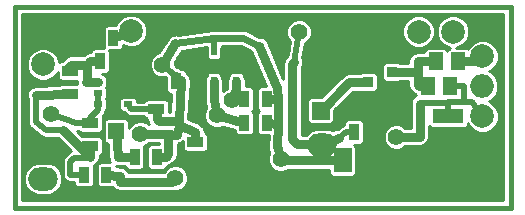
<source format=gbl>
G04 (created by PCBNEW-RS274X (2011-05-25)-stable) date Thu 12 Dec 2013 15:20:29 GMT*
G01*
G70*
G90*
%MOIN*%
G04 Gerber Fmt 3.4, Leading zero omitted, Abs format*
%FSLAX34Y34*%
G04 APERTURE LIST*
%ADD10C,0.006000*%
%ADD11C,0.015000*%
%ADD12R,0.030000X0.020000*%
%ADD13R,0.100000X0.050000*%
%ADD14R,0.055000X0.035000*%
%ADD15R,0.047200X0.059100*%
%ADD16R,0.035000X0.055000*%
%ADD17R,0.055000X0.055000*%
%ADD18C,0.078700*%
%ADD19O,0.098400X0.078700*%
%ADD20R,0.060000X0.080000*%
%ADD21R,0.020000X0.030000*%
%ADD22R,0.078700X0.078700*%
%ADD23O,0.078700X0.078700*%
%ADD24R,0.098400X0.078700*%
%ADD25R,0.036000X0.036000*%
%ADD26R,0.059100X0.059100*%
%ADD27C,0.055100*%
%ADD28C,0.019700*%
%ADD29C,0.031500*%
%ADD30C,0.023600*%
%ADD31C,0.010000*%
G04 APERTURE END LIST*
G54D10*
G54D11*
X49016Y-40354D02*
X49016Y-33661D01*
X65551Y-40354D02*
X49016Y-40354D01*
X65551Y-33661D02*
X65551Y-40354D01*
X49016Y-33661D02*
X65551Y-33661D01*
G54D12*
X51783Y-36910D03*
X51783Y-36160D03*
X52783Y-36910D03*
X51783Y-36535D03*
X52783Y-36160D03*
G54D13*
X63464Y-37313D03*
X63464Y-38513D03*
G54D14*
X50866Y-35806D03*
X50866Y-36556D03*
G54D15*
X63050Y-35472D03*
X63800Y-35472D03*
X63525Y-36299D03*
X62775Y-36299D03*
G54D16*
X53761Y-38661D03*
X53011Y-38661D03*
X51554Y-34685D03*
X52304Y-34685D03*
X51318Y-39252D03*
X52068Y-39252D03*
X54389Y-36142D03*
X55139Y-36142D03*
G54D14*
X51535Y-37538D03*
X51535Y-38288D03*
G54D16*
X51869Y-35472D03*
X52619Y-35472D03*
G54D14*
X55039Y-38168D03*
X55039Y-38918D03*
X53740Y-37068D03*
X53740Y-36318D03*
G54D17*
X52402Y-37795D03*
G54D18*
X63622Y-34488D03*
X62480Y-34488D03*
G54D19*
X59260Y-38256D03*
G54D18*
X52898Y-34461D03*
G54D20*
X59941Y-38780D03*
X61241Y-38780D03*
G54D21*
X56406Y-36126D03*
X55656Y-36126D03*
X56406Y-35126D03*
X56031Y-36126D03*
X55656Y-35126D03*
G54D16*
X57422Y-36732D03*
X56672Y-36732D03*
X57422Y-37520D03*
X56672Y-37520D03*
X60318Y-37835D03*
X61068Y-37835D03*
G54D22*
X64606Y-38311D03*
G54D18*
X64606Y-37311D03*
G54D23*
X64606Y-36311D03*
G54D18*
X64606Y-35311D03*
G54D24*
X49961Y-34579D03*
G54D18*
X49961Y-35579D03*
G54D24*
X49961Y-38398D03*
G54D19*
X49961Y-39398D03*
G54D25*
X60781Y-35477D03*
X60781Y-36177D03*
X61581Y-35827D03*
G54D26*
X59213Y-37126D03*
G54D27*
X61732Y-37992D03*
X56260Y-36772D03*
X55748Y-37283D03*
X58492Y-34500D03*
X57874Y-38740D03*
X53205Y-37886D03*
X53937Y-35591D03*
X57890Y-34969D03*
X58913Y-35059D03*
X50827Y-34567D03*
X53661Y-35000D03*
X54646Y-35472D03*
X57874Y-39449D03*
X54370Y-39370D03*
X50224Y-37236D03*
G54D28*
X63464Y-36851D02*
X62560Y-36851D01*
X62560Y-36851D02*
X62520Y-36891D01*
G54D29*
X62520Y-36891D02*
X62520Y-37992D01*
X62520Y-37992D02*
X61732Y-37992D01*
G54D28*
X63976Y-36850D02*
X63976Y-36339D01*
X63976Y-36299D02*
X63525Y-36299D01*
X63976Y-36339D02*
X63976Y-36299D01*
X64606Y-37311D02*
X64252Y-36850D01*
X64252Y-36850D02*
X63976Y-36850D01*
X63464Y-36851D02*
X63464Y-37313D01*
X63465Y-36850D02*
X63464Y-36851D01*
X63976Y-36850D02*
X63465Y-36850D01*
G54D29*
X52898Y-34461D02*
X52304Y-34685D01*
X63800Y-35472D02*
X64252Y-35472D01*
X64602Y-35315D02*
X64606Y-35311D01*
X64252Y-35472D02*
X64602Y-35315D01*
X52441Y-38661D02*
X53011Y-38661D01*
X52402Y-37795D02*
X52441Y-38661D01*
X56260Y-36772D02*
X56672Y-36732D01*
X56399Y-36399D02*
X56406Y-36126D01*
X56260Y-36772D02*
X56399Y-36399D01*
X55748Y-37283D02*
X55669Y-36772D01*
X55669Y-36772D02*
X55656Y-36126D01*
X55748Y-37283D02*
X56672Y-37520D01*
X59260Y-38256D02*
X59173Y-38780D01*
X59173Y-38780D02*
X59173Y-38740D01*
X59173Y-38740D02*
X59173Y-38780D01*
X59941Y-38780D02*
X59173Y-38780D01*
X59173Y-38780D02*
X57914Y-38780D01*
X57914Y-38780D02*
X57874Y-38740D01*
X59260Y-38256D02*
X58425Y-38228D01*
X58268Y-35551D02*
X58327Y-35492D01*
X58268Y-38071D02*
X58268Y-35551D01*
X58425Y-38228D02*
X58268Y-38071D01*
G54D28*
X58492Y-34500D02*
X58327Y-35492D01*
G54D29*
X57422Y-36732D02*
X57795Y-36732D01*
X57422Y-37520D02*
X57795Y-37559D01*
X57795Y-37559D02*
X57769Y-38306D01*
X57769Y-38306D02*
X57874Y-38740D01*
X54389Y-36142D02*
X54389Y-35964D01*
G54D28*
X54389Y-35964D02*
X53937Y-35591D01*
G54D29*
X59260Y-38256D02*
X59827Y-38028D01*
G54D28*
X60051Y-37839D02*
X60318Y-37835D01*
X59827Y-38028D02*
X60051Y-37839D01*
X57874Y-38740D02*
X57914Y-38780D01*
G54D29*
X53761Y-38661D02*
X54056Y-38661D01*
X54056Y-38661D02*
X54134Y-38583D01*
X54134Y-38583D02*
X54134Y-37910D01*
X55039Y-38168D02*
X55039Y-37835D01*
X55039Y-37835D02*
X54488Y-37598D01*
G54D28*
X53740Y-37068D02*
X52893Y-37068D01*
X52902Y-37059D02*
X52783Y-36910D01*
X52893Y-37068D02*
X52902Y-37059D01*
G54D29*
X54488Y-37480D02*
X53820Y-37480D01*
X53820Y-37480D02*
X53742Y-37402D01*
X53742Y-37402D02*
X53742Y-37070D01*
X53742Y-37070D02*
X53740Y-37068D01*
X53205Y-37886D02*
X54134Y-37910D01*
G54D28*
X54567Y-36102D02*
X53937Y-35591D01*
G54D29*
X54417Y-37917D02*
X54488Y-37598D01*
X54134Y-37910D02*
X54417Y-37917D01*
G54D28*
X54488Y-37598D02*
X54488Y-37480D01*
G54D29*
X54488Y-37480D02*
X54567Y-36102D01*
G54D30*
X54370Y-34882D02*
X55669Y-34685D01*
G54D29*
X53937Y-35591D02*
X54370Y-34882D01*
G54D30*
X57165Y-34961D02*
X56614Y-34685D01*
G54D29*
X57756Y-36378D02*
X57165Y-34961D01*
X57795Y-36732D02*
X57756Y-36378D01*
G54D30*
X56614Y-34685D02*
X55669Y-34685D01*
G54D28*
X55669Y-34685D02*
X55656Y-35126D01*
G54D29*
X57795Y-36732D02*
X57795Y-37559D01*
G54D30*
X53661Y-35000D02*
X53662Y-35000D01*
X53662Y-35000D02*
X54331Y-34331D01*
X54331Y-34331D02*
X57401Y-34331D01*
X57401Y-34331D02*
X57890Y-34969D01*
G54D29*
X58913Y-35059D02*
X59961Y-35472D01*
G54D30*
X59961Y-35472D02*
X59961Y-35472D01*
G54D29*
X61068Y-37835D02*
X61181Y-37835D01*
G54D28*
X61181Y-37835D02*
X61260Y-37756D01*
X61260Y-37756D02*
X61260Y-37323D01*
G54D29*
X61260Y-37323D02*
X61220Y-37283D01*
G54D28*
X59803Y-37638D02*
X58661Y-37638D01*
X59988Y-37311D02*
X59803Y-37638D01*
X61220Y-37283D02*
X59988Y-37311D01*
X58661Y-37638D02*
X58661Y-36654D01*
G54D29*
X58962Y-36485D02*
X59961Y-35472D01*
G54D28*
X58661Y-36654D02*
X58962Y-36485D01*
G54D29*
X60472Y-35472D02*
X60781Y-35477D01*
X59961Y-35472D02*
X60472Y-35472D01*
G54D28*
X61068Y-37835D02*
X61024Y-37835D01*
G54D29*
X55139Y-36142D02*
X55039Y-37244D01*
G54D28*
X55039Y-37244D02*
X55354Y-37638D01*
G54D29*
X55139Y-36142D02*
X55139Y-35551D01*
X55139Y-35551D02*
X55157Y-35551D01*
X51554Y-34685D02*
X50827Y-34567D01*
X49961Y-34567D02*
X49961Y-34579D01*
X50827Y-34567D02*
X49961Y-34567D01*
G54D28*
X53780Y-34882D02*
X53661Y-35000D01*
X52619Y-35472D02*
X53150Y-35472D01*
G54D29*
X52783Y-36160D02*
X53268Y-35945D01*
X53780Y-36278D02*
X53740Y-36318D01*
G54D28*
X53701Y-36024D02*
X53780Y-36278D01*
X53268Y-35945D02*
X53701Y-36024D01*
X53661Y-35000D02*
X53150Y-35472D01*
G54D29*
X53150Y-35472D02*
X52783Y-36160D01*
X54567Y-35551D02*
X55157Y-35551D01*
X54646Y-35472D02*
X54567Y-35551D01*
X55039Y-38918D02*
X55039Y-39331D01*
X55039Y-39331D02*
X55709Y-39331D01*
X55709Y-39331D02*
X57874Y-39449D01*
X56399Y-35530D02*
X56242Y-35530D01*
G54D28*
X56024Y-35748D02*
X56031Y-36126D01*
G54D29*
X56242Y-35530D02*
X56024Y-35748D01*
X55709Y-39331D02*
X55709Y-37835D01*
G54D28*
X55709Y-37835D02*
X55354Y-37638D01*
G54D29*
X56399Y-35530D02*
X56406Y-35126D01*
X56378Y-35551D02*
X56399Y-35530D01*
X55157Y-35551D02*
X56378Y-35551D01*
X57874Y-39449D02*
X59134Y-39449D01*
X59134Y-39449D02*
X59133Y-39448D01*
X59133Y-39448D02*
X61850Y-39449D01*
X61850Y-39449D02*
X61850Y-38976D01*
G54D28*
X61260Y-38780D02*
X61241Y-38780D01*
G54D29*
X61260Y-38268D02*
X61260Y-38780D01*
G54D28*
X61024Y-37835D02*
X61260Y-38268D01*
G54D29*
X63543Y-39016D02*
X61850Y-38976D01*
X61850Y-38976D02*
X61850Y-38780D01*
X61850Y-38780D02*
X61241Y-38780D01*
X64606Y-38311D02*
X64606Y-39016D01*
X64606Y-39016D02*
X63543Y-39016D01*
X63543Y-39016D02*
X63464Y-38513D01*
X61581Y-35827D02*
X62441Y-35827D01*
X62441Y-35827D02*
X62441Y-35472D01*
X62441Y-35472D02*
X63050Y-35472D01*
X62441Y-35827D02*
X62441Y-36260D01*
X62480Y-36299D02*
X62775Y-36299D01*
X62441Y-36260D02*
X62480Y-36299D01*
X54370Y-39370D02*
X54252Y-39488D01*
X54252Y-39488D02*
X52520Y-39488D01*
X52520Y-39488D02*
X52520Y-39291D01*
X52520Y-39291D02*
X52068Y-39252D01*
X51535Y-38288D02*
X51535Y-38661D01*
X51535Y-38661D02*
X50634Y-37783D01*
G54D28*
X50047Y-37780D02*
X49709Y-37512D01*
X50634Y-37783D02*
X50047Y-37780D01*
X49709Y-37512D02*
X49724Y-36614D01*
G54D29*
X49724Y-36614D02*
X50866Y-36556D01*
G54D28*
X51535Y-38288D02*
X51535Y-38544D01*
X50866Y-39252D02*
X51318Y-39252D01*
X50866Y-38819D02*
X50866Y-39252D01*
X50984Y-38701D02*
X50866Y-38819D01*
X51378Y-38701D02*
X50984Y-38701D01*
X51535Y-38544D02*
X51378Y-38701D01*
G54D29*
X50866Y-35806D02*
X50787Y-35709D01*
X50787Y-35709D02*
X50906Y-35590D01*
X50906Y-35590D02*
X51417Y-35590D01*
X51783Y-36160D02*
X51396Y-36160D01*
X51396Y-36160D02*
X51417Y-36139D01*
X51417Y-36139D02*
X51417Y-35590D01*
X51535Y-35472D02*
X51869Y-35472D01*
X51417Y-35590D02*
X51535Y-35472D01*
G54D28*
X51535Y-37538D02*
X51045Y-37538D01*
X51045Y-37538D02*
X50224Y-37236D01*
X51535Y-37538D02*
X51535Y-37363D01*
X51783Y-37115D02*
X51783Y-36910D01*
X51535Y-37363D02*
X51783Y-37115D01*
X51783Y-36910D02*
X51783Y-36535D01*
G54D29*
X59213Y-37126D02*
X59213Y-37125D01*
X59213Y-37125D02*
X60161Y-36177D01*
X60161Y-36177D02*
X60781Y-36177D01*
G54D10*
G36*
X65304Y-40107D02*
X65148Y-40107D01*
X65148Y-37420D01*
X65148Y-37204D01*
X65066Y-37005D01*
X64914Y-36852D01*
X64815Y-36810D01*
X64907Y-36773D01*
X65057Y-36624D01*
X65139Y-36428D01*
X65139Y-36216D01*
X65139Y-36196D01*
X65058Y-36000D01*
X64909Y-35850D01*
X64815Y-35810D01*
X64912Y-35771D01*
X65065Y-35619D01*
X65148Y-35420D01*
X65148Y-35204D01*
X65066Y-35005D01*
X64914Y-34852D01*
X64715Y-34769D01*
X64499Y-34769D01*
X64300Y-34851D01*
X64147Y-35003D01*
X64125Y-35055D01*
X64120Y-35050D01*
X64065Y-35028D01*
X64006Y-35028D01*
X63733Y-35028D01*
X63928Y-34948D01*
X64081Y-34796D01*
X64164Y-34597D01*
X64164Y-34381D01*
X64082Y-34182D01*
X63930Y-34029D01*
X63731Y-33946D01*
X63515Y-33946D01*
X63316Y-34028D01*
X63163Y-34180D01*
X63080Y-34379D01*
X63080Y-34595D01*
X63162Y-34794D01*
X63314Y-34947D01*
X63513Y-35030D01*
X63529Y-35030D01*
X63479Y-35051D01*
X63437Y-35093D01*
X63424Y-35123D01*
X63412Y-35092D01*
X63370Y-35050D01*
X63315Y-35028D01*
X63256Y-35028D01*
X63022Y-35028D01*
X63022Y-34597D01*
X63022Y-34381D01*
X62940Y-34182D01*
X62788Y-34029D01*
X62589Y-33946D01*
X62373Y-33946D01*
X62174Y-34028D01*
X62021Y-34180D01*
X61938Y-34379D01*
X61938Y-34595D01*
X62020Y-34794D01*
X62172Y-34947D01*
X62371Y-35030D01*
X62587Y-35030D01*
X62786Y-34948D01*
X62939Y-34796D01*
X63022Y-34597D01*
X63022Y-35028D01*
X62784Y-35028D01*
X62729Y-35051D01*
X62687Y-35093D01*
X62665Y-35148D01*
X62665Y-35165D01*
X62441Y-35165D01*
X62324Y-35188D01*
X62224Y-35255D01*
X62157Y-35355D01*
X62134Y-35472D01*
X62134Y-35520D01*
X61845Y-35520D01*
X61790Y-35498D01*
X61731Y-35498D01*
X61371Y-35498D01*
X61316Y-35521D01*
X61274Y-35563D01*
X61252Y-35618D01*
X61252Y-35677D01*
X61252Y-36037D01*
X61275Y-36092D01*
X61317Y-36134D01*
X61372Y-36156D01*
X61431Y-36156D01*
X61791Y-36156D01*
X61843Y-36134D01*
X62134Y-36134D01*
X62134Y-36260D01*
X62157Y-36378D01*
X62224Y-36477D01*
X62263Y-36516D01*
X62362Y-36582D01*
X62363Y-36583D01*
X62390Y-36588D01*
X62390Y-36615D01*
X62303Y-36674D01*
X62236Y-36774D01*
X62213Y-36891D01*
X62213Y-37685D01*
X62026Y-37685D01*
X61973Y-37632D01*
X61817Y-37567D01*
X61648Y-37567D01*
X61492Y-37631D01*
X61372Y-37751D01*
X61307Y-37907D01*
X61307Y-38076D01*
X61371Y-38232D01*
X61491Y-38352D01*
X61647Y-38417D01*
X61816Y-38417D01*
X61972Y-38353D01*
X62026Y-38299D01*
X62520Y-38299D01*
X62637Y-38276D01*
X62737Y-38209D01*
X62804Y-38109D01*
X62827Y-37992D01*
X62827Y-37621D01*
X62838Y-37648D01*
X62880Y-37690D01*
X62935Y-37712D01*
X62994Y-37712D01*
X63994Y-37712D01*
X64049Y-37689D01*
X64091Y-37647D01*
X64113Y-37592D01*
X64113Y-37536D01*
X64146Y-37617D01*
X64298Y-37770D01*
X64497Y-37853D01*
X64713Y-37853D01*
X64912Y-37771D01*
X65065Y-37619D01*
X65148Y-37420D01*
X65148Y-40107D01*
X61110Y-40107D01*
X61110Y-36386D01*
X61110Y-36327D01*
X61110Y-35967D01*
X61087Y-35912D01*
X61045Y-35870D01*
X60990Y-35848D01*
X60931Y-35848D01*
X60571Y-35848D01*
X60518Y-35870D01*
X60161Y-35870D01*
X60044Y-35893D01*
X60042Y-35893D01*
X60042Y-35894D01*
X59943Y-35960D01*
X59221Y-36682D01*
X58888Y-36682D01*
X58833Y-36705D01*
X58791Y-36747D01*
X58769Y-36802D01*
X58769Y-36861D01*
X58769Y-37451D01*
X58792Y-37506D01*
X58834Y-37548D01*
X58889Y-37570D01*
X58948Y-37570D01*
X59538Y-37570D01*
X59593Y-37547D01*
X59635Y-37505D01*
X59657Y-37450D01*
X59657Y-37391D01*
X59657Y-37115D01*
X60288Y-36484D01*
X60517Y-36484D01*
X60572Y-36506D01*
X60631Y-36506D01*
X60991Y-36506D01*
X61046Y-36483D01*
X61088Y-36441D01*
X61110Y-36386D01*
X61110Y-40107D01*
X60642Y-40107D01*
X60642Y-38139D01*
X60642Y-38080D01*
X60642Y-37530D01*
X60619Y-37475D01*
X60577Y-37433D01*
X60522Y-37411D01*
X60463Y-37411D01*
X60113Y-37411D01*
X60058Y-37434D01*
X60016Y-37476D01*
X59994Y-37531D01*
X59994Y-37590D01*
X59994Y-37600D01*
X59976Y-37603D01*
X59964Y-37609D01*
X59952Y-37612D01*
X59926Y-37629D01*
X59891Y-37649D01*
X59799Y-37726D01*
X59712Y-37743D01*
X59617Y-37781D01*
X59478Y-37723D01*
X59266Y-37723D01*
X59044Y-37723D01*
X58848Y-37804D01*
X58720Y-37930D01*
X58575Y-37925D01*
X58575Y-35662D01*
X58610Y-35610D01*
X58634Y-35492D01*
X58610Y-35374D01*
X58600Y-35359D01*
X58679Y-34882D01*
X58732Y-34861D01*
X58852Y-34741D01*
X58917Y-34585D01*
X58917Y-34416D01*
X58853Y-34260D01*
X58733Y-34140D01*
X58577Y-34075D01*
X58408Y-34075D01*
X58252Y-34139D01*
X58132Y-34259D01*
X58067Y-34415D01*
X58067Y-34584D01*
X58131Y-34740D01*
X58189Y-34798D01*
X58111Y-35274D01*
X58110Y-35275D01*
X58051Y-35334D01*
X57984Y-35433D01*
X57961Y-35551D01*
X57961Y-36075D01*
X57448Y-34843D01*
X57382Y-34744D01*
X57282Y-34677D01*
X57164Y-34654D01*
X57154Y-34655D01*
X56734Y-34445D01*
X56725Y-34442D01*
X56717Y-34437D01*
X56677Y-34429D01*
X56633Y-34417D01*
X56621Y-34418D01*
X56614Y-34417D01*
X55669Y-34417D01*
X55645Y-34421D01*
X55628Y-34421D01*
X54464Y-34596D01*
X54418Y-34579D01*
X54297Y-34584D01*
X54188Y-34635D01*
X54107Y-34723D01*
X53831Y-35174D01*
X53697Y-35230D01*
X53577Y-35350D01*
X53512Y-35506D01*
X53512Y-35675D01*
X53576Y-35831D01*
X53696Y-35951D01*
X53852Y-36016D01*
X54021Y-36016D01*
X54048Y-36004D01*
X54065Y-36018D01*
X54065Y-36447D01*
X54088Y-36502D01*
X54130Y-36544D01*
X54185Y-36566D01*
X54233Y-36566D01*
X54198Y-37173D01*
X54164Y-37173D01*
X54164Y-36863D01*
X54141Y-36808D01*
X54099Y-36766D01*
X54044Y-36744D01*
X53985Y-36744D01*
X53440Y-36744D01*
X53440Y-34570D01*
X53440Y-34354D01*
X53358Y-34155D01*
X53206Y-34002D01*
X53007Y-33919D01*
X52791Y-33919D01*
X52592Y-34001D01*
X52439Y-34153D01*
X52393Y-34261D01*
X52099Y-34261D01*
X52044Y-34284D01*
X52002Y-34326D01*
X51980Y-34381D01*
X51980Y-34440D01*
X51980Y-34990D01*
X52003Y-35045D01*
X52006Y-35048D01*
X51664Y-35048D01*
X51609Y-35071D01*
X51567Y-35113D01*
X51546Y-35165D01*
X51535Y-35165D01*
X51418Y-35188D01*
X51416Y-35188D01*
X51416Y-35189D01*
X51365Y-35223D01*
X51318Y-35255D01*
X51317Y-35255D01*
X51317Y-35256D01*
X51290Y-35283D01*
X50906Y-35283D01*
X50789Y-35306D01*
X50689Y-35373D01*
X50580Y-35482D01*
X50561Y-35482D01*
X50506Y-35505D01*
X50503Y-35508D01*
X50503Y-35472D01*
X50421Y-35273D01*
X50269Y-35120D01*
X50070Y-35037D01*
X49854Y-35037D01*
X49655Y-35119D01*
X49502Y-35271D01*
X49419Y-35470D01*
X49419Y-35686D01*
X49501Y-35885D01*
X49653Y-36038D01*
X49852Y-36121D01*
X50068Y-36121D01*
X50267Y-36039D01*
X50420Y-35887D01*
X50442Y-35834D01*
X50442Y-36011D01*
X50465Y-36066D01*
X50507Y-36108D01*
X50562Y-36130D01*
X50621Y-36130D01*
X51094Y-36130D01*
X51089Y-36160D01*
X51103Y-36232D01*
X50561Y-36232D01*
X50506Y-36255D01*
X50493Y-36267D01*
X49708Y-36307D01*
X49593Y-36336D01*
X49496Y-36408D01*
X49434Y-36512D01*
X49417Y-36630D01*
X49446Y-36745D01*
X49473Y-36782D01*
X49461Y-37508D01*
X49464Y-37525D01*
X49463Y-37540D01*
X49471Y-37567D01*
X49478Y-37603D01*
X49487Y-37617D01*
X49492Y-37632D01*
X49513Y-37657D01*
X49531Y-37684D01*
X49543Y-37693D01*
X49555Y-37706D01*
X49893Y-37974D01*
X49924Y-37990D01*
X49951Y-38008D01*
X49965Y-38011D01*
X49979Y-38018D01*
X50011Y-38020D01*
X50046Y-38028D01*
X50447Y-38030D01*
X50898Y-38470D01*
X50889Y-38472D01*
X50840Y-38504D01*
X50808Y-38526D01*
X50691Y-38644D01*
X50637Y-38724D01*
X50618Y-38819D01*
X50618Y-39252D01*
X50637Y-39347D01*
X50691Y-39427D01*
X50771Y-39481D01*
X50866Y-39500D01*
X50994Y-39500D01*
X50994Y-39557D01*
X51017Y-39612D01*
X51059Y-39654D01*
X51114Y-39676D01*
X51173Y-39676D01*
X51523Y-39676D01*
X51578Y-39653D01*
X51620Y-39611D01*
X51642Y-39556D01*
X51642Y-39497D01*
X51642Y-38947D01*
X51641Y-38946D01*
X51652Y-38945D01*
X51652Y-38944D01*
X51656Y-38944D01*
X51726Y-38895D01*
X51752Y-38878D01*
X51752Y-38876D01*
X51754Y-38876D01*
X51775Y-38843D01*
X51819Y-38778D01*
X51819Y-38776D01*
X51842Y-38661D01*
X51842Y-38611D01*
X51895Y-38589D01*
X51937Y-38547D01*
X51959Y-38492D01*
X51959Y-38433D01*
X51959Y-38083D01*
X51936Y-38028D01*
X51894Y-37986D01*
X51839Y-37964D01*
X51780Y-37964D01*
X51259Y-37964D01*
X51076Y-37786D01*
X51128Y-37786D01*
X51134Y-37798D01*
X51176Y-37840D01*
X51231Y-37862D01*
X51290Y-37862D01*
X51840Y-37862D01*
X51895Y-37839D01*
X51937Y-37797D01*
X51959Y-37742D01*
X51959Y-37683D01*
X51959Y-37333D01*
X51946Y-37302D01*
X51958Y-37291D01*
X51958Y-37290D01*
X52012Y-37210D01*
X52028Y-37125D01*
X52029Y-37125D01*
X52060Y-37094D01*
X52082Y-37039D01*
X52082Y-36980D01*
X52082Y-36780D01*
X52059Y-36725D01*
X52056Y-36722D01*
X52060Y-36719D01*
X52082Y-36664D01*
X52082Y-36605D01*
X52082Y-36405D01*
X52059Y-36350D01*
X52056Y-36347D01*
X52060Y-36344D01*
X52082Y-36289D01*
X52082Y-36230D01*
X52082Y-36200D01*
X52090Y-36160D01*
X52082Y-36119D01*
X52082Y-36030D01*
X52059Y-35975D01*
X52017Y-35933D01*
X51962Y-35911D01*
X51952Y-35911D01*
X51929Y-35896D01*
X52074Y-35896D01*
X52129Y-35873D01*
X52171Y-35831D01*
X52193Y-35776D01*
X52193Y-35717D01*
X52193Y-35167D01*
X52170Y-35112D01*
X52167Y-35109D01*
X52509Y-35109D01*
X52564Y-35086D01*
X52606Y-35044D01*
X52628Y-34989D01*
X52628Y-34935D01*
X52789Y-35003D01*
X53005Y-35003D01*
X53204Y-34921D01*
X53357Y-34769D01*
X53440Y-34570D01*
X53440Y-36744D01*
X53435Y-36744D01*
X53380Y-36767D01*
X53338Y-36809D01*
X53333Y-36820D01*
X53082Y-36820D01*
X53082Y-36780D01*
X53059Y-36725D01*
X53017Y-36683D01*
X52962Y-36661D01*
X52903Y-36661D01*
X52603Y-36661D01*
X52548Y-36684D01*
X52506Y-36726D01*
X52484Y-36781D01*
X52484Y-36840D01*
X52484Y-37040D01*
X52507Y-37095D01*
X52549Y-37137D01*
X52604Y-37159D01*
X52663Y-37159D01*
X52664Y-37163D01*
X52718Y-37243D01*
X52798Y-37297D01*
X52893Y-37316D01*
X53333Y-37316D01*
X53339Y-37328D01*
X53381Y-37370D01*
X53435Y-37391D01*
X53435Y-37402D01*
X53458Y-37520D01*
X53495Y-37575D01*
X53446Y-37526D01*
X53290Y-37461D01*
X53121Y-37461D01*
X52965Y-37525D01*
X52845Y-37645D01*
X52826Y-37690D01*
X52826Y-37490D01*
X52803Y-37435D01*
X52761Y-37393D01*
X52706Y-37371D01*
X52647Y-37371D01*
X52097Y-37371D01*
X52042Y-37394D01*
X52000Y-37436D01*
X51978Y-37491D01*
X51978Y-37550D01*
X51978Y-38100D01*
X52001Y-38155D01*
X52043Y-38197D01*
X52098Y-38219D01*
X52113Y-38219D01*
X52134Y-38659D01*
X52134Y-38661D01*
X52134Y-38663D01*
X52135Y-38674D01*
X52143Y-38708D01*
X52157Y-38778D01*
X52161Y-38785D01*
X52163Y-38790D01*
X52187Y-38822D01*
X52190Y-38828D01*
X51863Y-38828D01*
X51808Y-38851D01*
X51766Y-38893D01*
X51744Y-38948D01*
X51744Y-39007D01*
X51744Y-39557D01*
X51767Y-39612D01*
X51809Y-39654D01*
X51864Y-39676D01*
X51923Y-39676D01*
X52273Y-39676D01*
X52281Y-39672D01*
X52303Y-39705D01*
X52403Y-39772D01*
X52520Y-39795D01*
X54252Y-39795D01*
X54274Y-39790D01*
X54285Y-39795D01*
X54454Y-39795D01*
X54610Y-39731D01*
X54730Y-39611D01*
X54795Y-39455D01*
X54795Y-39286D01*
X54731Y-39130D01*
X54611Y-39010D01*
X54455Y-38945D01*
X54286Y-38945D01*
X54130Y-39009D01*
X54010Y-39129D01*
X53988Y-39181D01*
X52805Y-39181D01*
X52804Y-39174D01*
X52774Y-39129D01*
X52754Y-39093D01*
X52744Y-39085D01*
X52737Y-39074D01*
X52694Y-39045D01*
X52660Y-39018D01*
X52648Y-39014D01*
X52637Y-39007D01*
X52590Y-38997D01*
X52546Y-38985D01*
X52392Y-38971D01*
X52392Y-38958D01*
X52441Y-38968D01*
X52687Y-38968D01*
X52710Y-39021D01*
X52752Y-39063D01*
X52807Y-39085D01*
X52866Y-39085D01*
X53216Y-39085D01*
X53271Y-39062D01*
X53313Y-39020D01*
X53335Y-38965D01*
X53335Y-38906D01*
X53335Y-38356D01*
X53312Y-38301D01*
X53445Y-38247D01*
X53491Y-38200D01*
X53827Y-38209D01*
X53827Y-38237D01*
X53556Y-38237D01*
X53501Y-38260D01*
X53459Y-38302D01*
X53437Y-38357D01*
X53437Y-38416D01*
X53437Y-38966D01*
X53460Y-39021D01*
X53502Y-39063D01*
X53557Y-39085D01*
X53616Y-39085D01*
X53966Y-39085D01*
X54021Y-39062D01*
X54063Y-39020D01*
X54085Y-38965D01*
X54085Y-38962D01*
X54173Y-38945D01*
X54174Y-38945D01*
X54273Y-38878D01*
X54351Y-38800D01*
X54417Y-38701D01*
X54418Y-38700D01*
X54441Y-38583D01*
X54441Y-38219D01*
X54470Y-38220D01*
X54498Y-38208D01*
X54527Y-38204D01*
X54553Y-38187D01*
X54582Y-38176D01*
X54604Y-38154D01*
X54615Y-38147D01*
X54615Y-38373D01*
X54638Y-38428D01*
X54680Y-38470D01*
X54735Y-38492D01*
X54794Y-38492D01*
X55344Y-38492D01*
X55399Y-38469D01*
X55441Y-38427D01*
X55463Y-38372D01*
X55463Y-38313D01*
X55463Y-37963D01*
X55440Y-37908D01*
X55398Y-37866D01*
X55346Y-37845D01*
X55346Y-37835D01*
X55323Y-37721D01*
X55323Y-37718D01*
X55274Y-37644D01*
X55258Y-37620D01*
X55256Y-37619D01*
X55256Y-37618D01*
X55209Y-37587D01*
X55160Y-37553D01*
X55157Y-37551D01*
X55156Y-37551D01*
X55154Y-37550D01*
X54799Y-37398D01*
X54874Y-36120D01*
X54858Y-36002D01*
X54797Y-35898D01*
X54711Y-35832D01*
X54690Y-35782D01*
X54648Y-35740D01*
X54593Y-35718D01*
X54562Y-35718D01*
X54506Y-35680D01*
X54419Y-35663D01*
X54362Y-35616D01*
X54362Y-35507D01*
X54356Y-35493D01*
X54583Y-35120D01*
X55407Y-34996D01*
X55407Y-35006D01*
X55407Y-35306D01*
X55430Y-35361D01*
X55472Y-35403D01*
X55527Y-35425D01*
X55586Y-35425D01*
X55786Y-35425D01*
X55841Y-35402D01*
X55883Y-35360D01*
X55905Y-35305D01*
X55905Y-35246D01*
X55905Y-35099D01*
X55909Y-34953D01*
X56550Y-34953D01*
X56902Y-35129D01*
X57392Y-36308D01*
X57217Y-36308D01*
X57162Y-36331D01*
X57120Y-36373D01*
X57098Y-36428D01*
X57098Y-36487D01*
X57098Y-37037D01*
X57121Y-37092D01*
X57155Y-37126D01*
X57120Y-37161D01*
X57098Y-37216D01*
X57098Y-37275D01*
X57098Y-37825D01*
X57121Y-37880D01*
X57163Y-37922D01*
X57218Y-37944D01*
X57277Y-37944D01*
X57474Y-37944D01*
X57462Y-38295D01*
X57469Y-38338D01*
X57471Y-38378D01*
X57505Y-38520D01*
X57449Y-38655D01*
X57449Y-38824D01*
X57513Y-38980D01*
X57633Y-39100D01*
X57789Y-39165D01*
X57958Y-39165D01*
X58114Y-39101D01*
X58128Y-39087D01*
X59173Y-39087D01*
X59492Y-39087D01*
X59492Y-39210D01*
X59515Y-39265D01*
X59557Y-39307D01*
X59612Y-39329D01*
X59671Y-39329D01*
X60271Y-39329D01*
X60326Y-39306D01*
X60368Y-39264D01*
X60390Y-39209D01*
X60390Y-39150D01*
X60390Y-38350D01*
X60367Y-38295D01*
X60331Y-38259D01*
X60523Y-38259D01*
X60578Y-38236D01*
X60620Y-38194D01*
X60642Y-38139D01*
X60642Y-40107D01*
X56996Y-40107D01*
X56996Y-37824D01*
X56996Y-37765D01*
X56996Y-37215D01*
X56973Y-37160D01*
X56939Y-37126D01*
X56974Y-37091D01*
X56996Y-37036D01*
X56996Y-36977D01*
X56996Y-36427D01*
X56973Y-36372D01*
X56931Y-36330D01*
X56876Y-36308D01*
X56817Y-36308D01*
X56708Y-36308D01*
X56713Y-36134D01*
X56693Y-36017D01*
X56655Y-35956D01*
X56655Y-35946D01*
X56632Y-35891D01*
X56590Y-35849D01*
X56535Y-35827D01*
X56476Y-35827D01*
X56450Y-35827D01*
X56414Y-35819D01*
X56367Y-35827D01*
X56276Y-35827D01*
X56221Y-35850D01*
X56179Y-35892D01*
X56157Y-35947D01*
X56157Y-35956D01*
X56125Y-36002D01*
X56099Y-36118D01*
X56093Y-36339D01*
X56075Y-36388D01*
X56020Y-36411D01*
X55969Y-36461D01*
X55963Y-36120D01*
X55937Y-36003D01*
X55905Y-35957D01*
X55905Y-35946D01*
X55882Y-35891D01*
X55840Y-35849D01*
X55785Y-35827D01*
X55726Y-35827D01*
X55694Y-35827D01*
X55650Y-35819D01*
X55614Y-35827D01*
X55526Y-35827D01*
X55471Y-35850D01*
X55429Y-35892D01*
X55407Y-35947D01*
X55407Y-35957D01*
X55370Y-36015D01*
X55349Y-36132D01*
X55363Y-36778D01*
X55366Y-36795D01*
X55366Y-36819D01*
X55398Y-37031D01*
X55388Y-37042D01*
X55323Y-37198D01*
X55323Y-37367D01*
X55387Y-37523D01*
X55507Y-37643D01*
X55663Y-37708D01*
X55832Y-37708D01*
X55962Y-37654D01*
X56348Y-37753D01*
X56348Y-37825D01*
X56371Y-37880D01*
X56413Y-37922D01*
X56468Y-37944D01*
X56527Y-37944D01*
X56877Y-37944D01*
X56932Y-37921D01*
X56974Y-37879D01*
X56996Y-37824D01*
X56996Y-40107D01*
X50605Y-40107D01*
X50605Y-39505D01*
X50605Y-39293D01*
X50524Y-39097D01*
X50375Y-38947D01*
X50179Y-38865D01*
X49967Y-38865D01*
X49745Y-38865D01*
X49549Y-38946D01*
X49399Y-39095D01*
X49317Y-39291D01*
X49317Y-39503D01*
X49398Y-39699D01*
X49547Y-39849D01*
X49743Y-39931D01*
X49955Y-39931D01*
X50177Y-39931D01*
X50373Y-39850D01*
X50523Y-39701D01*
X50605Y-39505D01*
X50605Y-40107D01*
X49263Y-40107D01*
X49263Y-33908D01*
X65304Y-33908D01*
X65304Y-40107D01*
X65304Y-40107D01*
G37*
G54D31*
X65304Y-40107D02*
X65148Y-40107D01*
X65148Y-37420D01*
X65148Y-37204D01*
X65066Y-37005D01*
X64914Y-36852D01*
X64815Y-36810D01*
X64907Y-36773D01*
X65057Y-36624D01*
X65139Y-36428D01*
X65139Y-36216D01*
X65139Y-36196D01*
X65058Y-36000D01*
X64909Y-35850D01*
X64815Y-35810D01*
X64912Y-35771D01*
X65065Y-35619D01*
X65148Y-35420D01*
X65148Y-35204D01*
X65066Y-35005D01*
X64914Y-34852D01*
X64715Y-34769D01*
X64499Y-34769D01*
X64300Y-34851D01*
X64147Y-35003D01*
X64125Y-35055D01*
X64120Y-35050D01*
X64065Y-35028D01*
X64006Y-35028D01*
X63733Y-35028D01*
X63928Y-34948D01*
X64081Y-34796D01*
X64164Y-34597D01*
X64164Y-34381D01*
X64082Y-34182D01*
X63930Y-34029D01*
X63731Y-33946D01*
X63515Y-33946D01*
X63316Y-34028D01*
X63163Y-34180D01*
X63080Y-34379D01*
X63080Y-34595D01*
X63162Y-34794D01*
X63314Y-34947D01*
X63513Y-35030D01*
X63529Y-35030D01*
X63479Y-35051D01*
X63437Y-35093D01*
X63424Y-35123D01*
X63412Y-35092D01*
X63370Y-35050D01*
X63315Y-35028D01*
X63256Y-35028D01*
X63022Y-35028D01*
X63022Y-34597D01*
X63022Y-34381D01*
X62940Y-34182D01*
X62788Y-34029D01*
X62589Y-33946D01*
X62373Y-33946D01*
X62174Y-34028D01*
X62021Y-34180D01*
X61938Y-34379D01*
X61938Y-34595D01*
X62020Y-34794D01*
X62172Y-34947D01*
X62371Y-35030D01*
X62587Y-35030D01*
X62786Y-34948D01*
X62939Y-34796D01*
X63022Y-34597D01*
X63022Y-35028D01*
X62784Y-35028D01*
X62729Y-35051D01*
X62687Y-35093D01*
X62665Y-35148D01*
X62665Y-35165D01*
X62441Y-35165D01*
X62324Y-35188D01*
X62224Y-35255D01*
X62157Y-35355D01*
X62134Y-35472D01*
X62134Y-35520D01*
X61845Y-35520D01*
X61790Y-35498D01*
X61731Y-35498D01*
X61371Y-35498D01*
X61316Y-35521D01*
X61274Y-35563D01*
X61252Y-35618D01*
X61252Y-35677D01*
X61252Y-36037D01*
X61275Y-36092D01*
X61317Y-36134D01*
X61372Y-36156D01*
X61431Y-36156D01*
X61791Y-36156D01*
X61843Y-36134D01*
X62134Y-36134D01*
X62134Y-36260D01*
X62157Y-36378D01*
X62224Y-36477D01*
X62263Y-36516D01*
X62362Y-36582D01*
X62363Y-36583D01*
X62390Y-36588D01*
X62390Y-36615D01*
X62303Y-36674D01*
X62236Y-36774D01*
X62213Y-36891D01*
X62213Y-37685D01*
X62026Y-37685D01*
X61973Y-37632D01*
X61817Y-37567D01*
X61648Y-37567D01*
X61492Y-37631D01*
X61372Y-37751D01*
X61307Y-37907D01*
X61307Y-38076D01*
X61371Y-38232D01*
X61491Y-38352D01*
X61647Y-38417D01*
X61816Y-38417D01*
X61972Y-38353D01*
X62026Y-38299D01*
X62520Y-38299D01*
X62637Y-38276D01*
X62737Y-38209D01*
X62804Y-38109D01*
X62827Y-37992D01*
X62827Y-37621D01*
X62838Y-37648D01*
X62880Y-37690D01*
X62935Y-37712D01*
X62994Y-37712D01*
X63994Y-37712D01*
X64049Y-37689D01*
X64091Y-37647D01*
X64113Y-37592D01*
X64113Y-37536D01*
X64146Y-37617D01*
X64298Y-37770D01*
X64497Y-37853D01*
X64713Y-37853D01*
X64912Y-37771D01*
X65065Y-37619D01*
X65148Y-37420D01*
X65148Y-40107D01*
X61110Y-40107D01*
X61110Y-36386D01*
X61110Y-36327D01*
X61110Y-35967D01*
X61087Y-35912D01*
X61045Y-35870D01*
X60990Y-35848D01*
X60931Y-35848D01*
X60571Y-35848D01*
X60518Y-35870D01*
X60161Y-35870D01*
X60044Y-35893D01*
X60042Y-35893D01*
X60042Y-35894D01*
X59943Y-35960D01*
X59221Y-36682D01*
X58888Y-36682D01*
X58833Y-36705D01*
X58791Y-36747D01*
X58769Y-36802D01*
X58769Y-36861D01*
X58769Y-37451D01*
X58792Y-37506D01*
X58834Y-37548D01*
X58889Y-37570D01*
X58948Y-37570D01*
X59538Y-37570D01*
X59593Y-37547D01*
X59635Y-37505D01*
X59657Y-37450D01*
X59657Y-37391D01*
X59657Y-37115D01*
X60288Y-36484D01*
X60517Y-36484D01*
X60572Y-36506D01*
X60631Y-36506D01*
X60991Y-36506D01*
X61046Y-36483D01*
X61088Y-36441D01*
X61110Y-36386D01*
X61110Y-40107D01*
X60642Y-40107D01*
X60642Y-38139D01*
X60642Y-38080D01*
X60642Y-37530D01*
X60619Y-37475D01*
X60577Y-37433D01*
X60522Y-37411D01*
X60463Y-37411D01*
X60113Y-37411D01*
X60058Y-37434D01*
X60016Y-37476D01*
X59994Y-37531D01*
X59994Y-37590D01*
X59994Y-37600D01*
X59976Y-37603D01*
X59964Y-37609D01*
X59952Y-37612D01*
X59926Y-37629D01*
X59891Y-37649D01*
X59799Y-37726D01*
X59712Y-37743D01*
X59617Y-37781D01*
X59478Y-37723D01*
X59266Y-37723D01*
X59044Y-37723D01*
X58848Y-37804D01*
X58720Y-37930D01*
X58575Y-37925D01*
X58575Y-35662D01*
X58610Y-35610D01*
X58634Y-35492D01*
X58610Y-35374D01*
X58600Y-35359D01*
X58679Y-34882D01*
X58732Y-34861D01*
X58852Y-34741D01*
X58917Y-34585D01*
X58917Y-34416D01*
X58853Y-34260D01*
X58733Y-34140D01*
X58577Y-34075D01*
X58408Y-34075D01*
X58252Y-34139D01*
X58132Y-34259D01*
X58067Y-34415D01*
X58067Y-34584D01*
X58131Y-34740D01*
X58189Y-34798D01*
X58111Y-35274D01*
X58110Y-35275D01*
X58051Y-35334D01*
X57984Y-35433D01*
X57961Y-35551D01*
X57961Y-36075D01*
X57448Y-34843D01*
X57382Y-34744D01*
X57282Y-34677D01*
X57164Y-34654D01*
X57154Y-34655D01*
X56734Y-34445D01*
X56725Y-34442D01*
X56717Y-34437D01*
X56677Y-34429D01*
X56633Y-34417D01*
X56621Y-34418D01*
X56614Y-34417D01*
X55669Y-34417D01*
X55645Y-34421D01*
X55628Y-34421D01*
X54464Y-34596D01*
X54418Y-34579D01*
X54297Y-34584D01*
X54188Y-34635D01*
X54107Y-34723D01*
X53831Y-35174D01*
X53697Y-35230D01*
X53577Y-35350D01*
X53512Y-35506D01*
X53512Y-35675D01*
X53576Y-35831D01*
X53696Y-35951D01*
X53852Y-36016D01*
X54021Y-36016D01*
X54048Y-36004D01*
X54065Y-36018D01*
X54065Y-36447D01*
X54088Y-36502D01*
X54130Y-36544D01*
X54185Y-36566D01*
X54233Y-36566D01*
X54198Y-37173D01*
X54164Y-37173D01*
X54164Y-36863D01*
X54141Y-36808D01*
X54099Y-36766D01*
X54044Y-36744D01*
X53985Y-36744D01*
X53440Y-36744D01*
X53440Y-34570D01*
X53440Y-34354D01*
X53358Y-34155D01*
X53206Y-34002D01*
X53007Y-33919D01*
X52791Y-33919D01*
X52592Y-34001D01*
X52439Y-34153D01*
X52393Y-34261D01*
X52099Y-34261D01*
X52044Y-34284D01*
X52002Y-34326D01*
X51980Y-34381D01*
X51980Y-34440D01*
X51980Y-34990D01*
X52003Y-35045D01*
X52006Y-35048D01*
X51664Y-35048D01*
X51609Y-35071D01*
X51567Y-35113D01*
X51546Y-35165D01*
X51535Y-35165D01*
X51418Y-35188D01*
X51416Y-35188D01*
X51416Y-35189D01*
X51365Y-35223D01*
X51318Y-35255D01*
X51317Y-35255D01*
X51317Y-35256D01*
X51290Y-35283D01*
X50906Y-35283D01*
X50789Y-35306D01*
X50689Y-35373D01*
X50580Y-35482D01*
X50561Y-35482D01*
X50506Y-35505D01*
X50503Y-35508D01*
X50503Y-35472D01*
X50421Y-35273D01*
X50269Y-35120D01*
X50070Y-35037D01*
X49854Y-35037D01*
X49655Y-35119D01*
X49502Y-35271D01*
X49419Y-35470D01*
X49419Y-35686D01*
X49501Y-35885D01*
X49653Y-36038D01*
X49852Y-36121D01*
X50068Y-36121D01*
X50267Y-36039D01*
X50420Y-35887D01*
X50442Y-35834D01*
X50442Y-36011D01*
X50465Y-36066D01*
X50507Y-36108D01*
X50562Y-36130D01*
X50621Y-36130D01*
X51094Y-36130D01*
X51089Y-36160D01*
X51103Y-36232D01*
X50561Y-36232D01*
X50506Y-36255D01*
X50493Y-36267D01*
X49708Y-36307D01*
X49593Y-36336D01*
X49496Y-36408D01*
X49434Y-36512D01*
X49417Y-36630D01*
X49446Y-36745D01*
X49473Y-36782D01*
X49461Y-37508D01*
X49464Y-37525D01*
X49463Y-37540D01*
X49471Y-37567D01*
X49478Y-37603D01*
X49487Y-37617D01*
X49492Y-37632D01*
X49513Y-37657D01*
X49531Y-37684D01*
X49543Y-37693D01*
X49555Y-37706D01*
X49893Y-37974D01*
X49924Y-37990D01*
X49951Y-38008D01*
X49965Y-38011D01*
X49979Y-38018D01*
X50011Y-38020D01*
X50046Y-38028D01*
X50447Y-38030D01*
X50898Y-38470D01*
X50889Y-38472D01*
X50840Y-38504D01*
X50808Y-38526D01*
X50691Y-38644D01*
X50637Y-38724D01*
X50618Y-38819D01*
X50618Y-39252D01*
X50637Y-39347D01*
X50691Y-39427D01*
X50771Y-39481D01*
X50866Y-39500D01*
X50994Y-39500D01*
X50994Y-39557D01*
X51017Y-39612D01*
X51059Y-39654D01*
X51114Y-39676D01*
X51173Y-39676D01*
X51523Y-39676D01*
X51578Y-39653D01*
X51620Y-39611D01*
X51642Y-39556D01*
X51642Y-39497D01*
X51642Y-38947D01*
X51641Y-38946D01*
X51652Y-38945D01*
X51652Y-38944D01*
X51656Y-38944D01*
X51726Y-38895D01*
X51752Y-38878D01*
X51752Y-38876D01*
X51754Y-38876D01*
X51775Y-38843D01*
X51819Y-38778D01*
X51819Y-38776D01*
X51842Y-38661D01*
X51842Y-38611D01*
X51895Y-38589D01*
X51937Y-38547D01*
X51959Y-38492D01*
X51959Y-38433D01*
X51959Y-38083D01*
X51936Y-38028D01*
X51894Y-37986D01*
X51839Y-37964D01*
X51780Y-37964D01*
X51259Y-37964D01*
X51076Y-37786D01*
X51128Y-37786D01*
X51134Y-37798D01*
X51176Y-37840D01*
X51231Y-37862D01*
X51290Y-37862D01*
X51840Y-37862D01*
X51895Y-37839D01*
X51937Y-37797D01*
X51959Y-37742D01*
X51959Y-37683D01*
X51959Y-37333D01*
X51946Y-37302D01*
X51958Y-37291D01*
X51958Y-37290D01*
X52012Y-37210D01*
X52028Y-37125D01*
X52029Y-37125D01*
X52060Y-37094D01*
X52082Y-37039D01*
X52082Y-36980D01*
X52082Y-36780D01*
X52059Y-36725D01*
X52056Y-36722D01*
X52060Y-36719D01*
X52082Y-36664D01*
X52082Y-36605D01*
X52082Y-36405D01*
X52059Y-36350D01*
X52056Y-36347D01*
X52060Y-36344D01*
X52082Y-36289D01*
X52082Y-36230D01*
X52082Y-36200D01*
X52090Y-36160D01*
X52082Y-36119D01*
X52082Y-36030D01*
X52059Y-35975D01*
X52017Y-35933D01*
X51962Y-35911D01*
X51952Y-35911D01*
X51929Y-35896D01*
X52074Y-35896D01*
X52129Y-35873D01*
X52171Y-35831D01*
X52193Y-35776D01*
X52193Y-35717D01*
X52193Y-35167D01*
X52170Y-35112D01*
X52167Y-35109D01*
X52509Y-35109D01*
X52564Y-35086D01*
X52606Y-35044D01*
X52628Y-34989D01*
X52628Y-34935D01*
X52789Y-35003D01*
X53005Y-35003D01*
X53204Y-34921D01*
X53357Y-34769D01*
X53440Y-34570D01*
X53440Y-36744D01*
X53435Y-36744D01*
X53380Y-36767D01*
X53338Y-36809D01*
X53333Y-36820D01*
X53082Y-36820D01*
X53082Y-36780D01*
X53059Y-36725D01*
X53017Y-36683D01*
X52962Y-36661D01*
X52903Y-36661D01*
X52603Y-36661D01*
X52548Y-36684D01*
X52506Y-36726D01*
X52484Y-36781D01*
X52484Y-36840D01*
X52484Y-37040D01*
X52507Y-37095D01*
X52549Y-37137D01*
X52604Y-37159D01*
X52663Y-37159D01*
X52664Y-37163D01*
X52718Y-37243D01*
X52798Y-37297D01*
X52893Y-37316D01*
X53333Y-37316D01*
X53339Y-37328D01*
X53381Y-37370D01*
X53435Y-37391D01*
X53435Y-37402D01*
X53458Y-37520D01*
X53495Y-37575D01*
X53446Y-37526D01*
X53290Y-37461D01*
X53121Y-37461D01*
X52965Y-37525D01*
X52845Y-37645D01*
X52826Y-37690D01*
X52826Y-37490D01*
X52803Y-37435D01*
X52761Y-37393D01*
X52706Y-37371D01*
X52647Y-37371D01*
X52097Y-37371D01*
X52042Y-37394D01*
X52000Y-37436D01*
X51978Y-37491D01*
X51978Y-37550D01*
X51978Y-38100D01*
X52001Y-38155D01*
X52043Y-38197D01*
X52098Y-38219D01*
X52113Y-38219D01*
X52134Y-38659D01*
X52134Y-38661D01*
X52134Y-38663D01*
X52135Y-38674D01*
X52143Y-38708D01*
X52157Y-38778D01*
X52161Y-38785D01*
X52163Y-38790D01*
X52187Y-38822D01*
X52190Y-38828D01*
X51863Y-38828D01*
X51808Y-38851D01*
X51766Y-38893D01*
X51744Y-38948D01*
X51744Y-39007D01*
X51744Y-39557D01*
X51767Y-39612D01*
X51809Y-39654D01*
X51864Y-39676D01*
X51923Y-39676D01*
X52273Y-39676D01*
X52281Y-39672D01*
X52303Y-39705D01*
X52403Y-39772D01*
X52520Y-39795D01*
X54252Y-39795D01*
X54274Y-39790D01*
X54285Y-39795D01*
X54454Y-39795D01*
X54610Y-39731D01*
X54730Y-39611D01*
X54795Y-39455D01*
X54795Y-39286D01*
X54731Y-39130D01*
X54611Y-39010D01*
X54455Y-38945D01*
X54286Y-38945D01*
X54130Y-39009D01*
X54010Y-39129D01*
X53988Y-39181D01*
X52805Y-39181D01*
X52804Y-39174D01*
X52774Y-39129D01*
X52754Y-39093D01*
X52744Y-39085D01*
X52737Y-39074D01*
X52694Y-39045D01*
X52660Y-39018D01*
X52648Y-39014D01*
X52637Y-39007D01*
X52590Y-38997D01*
X52546Y-38985D01*
X52392Y-38971D01*
X52392Y-38958D01*
X52441Y-38968D01*
X52687Y-38968D01*
X52710Y-39021D01*
X52752Y-39063D01*
X52807Y-39085D01*
X52866Y-39085D01*
X53216Y-39085D01*
X53271Y-39062D01*
X53313Y-39020D01*
X53335Y-38965D01*
X53335Y-38906D01*
X53335Y-38356D01*
X53312Y-38301D01*
X53445Y-38247D01*
X53491Y-38200D01*
X53827Y-38209D01*
X53827Y-38237D01*
X53556Y-38237D01*
X53501Y-38260D01*
X53459Y-38302D01*
X53437Y-38357D01*
X53437Y-38416D01*
X53437Y-38966D01*
X53460Y-39021D01*
X53502Y-39063D01*
X53557Y-39085D01*
X53616Y-39085D01*
X53966Y-39085D01*
X54021Y-39062D01*
X54063Y-39020D01*
X54085Y-38965D01*
X54085Y-38962D01*
X54173Y-38945D01*
X54174Y-38945D01*
X54273Y-38878D01*
X54351Y-38800D01*
X54417Y-38701D01*
X54418Y-38700D01*
X54441Y-38583D01*
X54441Y-38219D01*
X54470Y-38220D01*
X54498Y-38208D01*
X54527Y-38204D01*
X54553Y-38187D01*
X54582Y-38176D01*
X54604Y-38154D01*
X54615Y-38147D01*
X54615Y-38373D01*
X54638Y-38428D01*
X54680Y-38470D01*
X54735Y-38492D01*
X54794Y-38492D01*
X55344Y-38492D01*
X55399Y-38469D01*
X55441Y-38427D01*
X55463Y-38372D01*
X55463Y-38313D01*
X55463Y-37963D01*
X55440Y-37908D01*
X55398Y-37866D01*
X55346Y-37845D01*
X55346Y-37835D01*
X55323Y-37721D01*
X55323Y-37718D01*
X55274Y-37644D01*
X55258Y-37620D01*
X55256Y-37619D01*
X55256Y-37618D01*
X55209Y-37587D01*
X55160Y-37553D01*
X55157Y-37551D01*
X55156Y-37551D01*
X55154Y-37550D01*
X54799Y-37398D01*
X54874Y-36120D01*
X54858Y-36002D01*
X54797Y-35898D01*
X54711Y-35832D01*
X54690Y-35782D01*
X54648Y-35740D01*
X54593Y-35718D01*
X54562Y-35718D01*
X54506Y-35680D01*
X54419Y-35663D01*
X54362Y-35616D01*
X54362Y-35507D01*
X54356Y-35493D01*
X54583Y-35120D01*
X55407Y-34996D01*
X55407Y-35006D01*
X55407Y-35306D01*
X55430Y-35361D01*
X55472Y-35403D01*
X55527Y-35425D01*
X55586Y-35425D01*
X55786Y-35425D01*
X55841Y-35402D01*
X55883Y-35360D01*
X55905Y-35305D01*
X55905Y-35246D01*
X55905Y-35099D01*
X55909Y-34953D01*
X56550Y-34953D01*
X56902Y-35129D01*
X57392Y-36308D01*
X57217Y-36308D01*
X57162Y-36331D01*
X57120Y-36373D01*
X57098Y-36428D01*
X57098Y-36487D01*
X57098Y-37037D01*
X57121Y-37092D01*
X57155Y-37126D01*
X57120Y-37161D01*
X57098Y-37216D01*
X57098Y-37275D01*
X57098Y-37825D01*
X57121Y-37880D01*
X57163Y-37922D01*
X57218Y-37944D01*
X57277Y-37944D01*
X57474Y-37944D01*
X57462Y-38295D01*
X57469Y-38338D01*
X57471Y-38378D01*
X57505Y-38520D01*
X57449Y-38655D01*
X57449Y-38824D01*
X57513Y-38980D01*
X57633Y-39100D01*
X57789Y-39165D01*
X57958Y-39165D01*
X58114Y-39101D01*
X58128Y-39087D01*
X59173Y-39087D01*
X59492Y-39087D01*
X59492Y-39210D01*
X59515Y-39265D01*
X59557Y-39307D01*
X59612Y-39329D01*
X59671Y-39329D01*
X60271Y-39329D01*
X60326Y-39306D01*
X60368Y-39264D01*
X60390Y-39209D01*
X60390Y-39150D01*
X60390Y-38350D01*
X60367Y-38295D01*
X60331Y-38259D01*
X60523Y-38259D01*
X60578Y-38236D01*
X60620Y-38194D01*
X60642Y-38139D01*
X60642Y-40107D01*
X56996Y-40107D01*
X56996Y-37824D01*
X56996Y-37765D01*
X56996Y-37215D01*
X56973Y-37160D01*
X56939Y-37126D01*
X56974Y-37091D01*
X56996Y-37036D01*
X56996Y-36977D01*
X56996Y-36427D01*
X56973Y-36372D01*
X56931Y-36330D01*
X56876Y-36308D01*
X56817Y-36308D01*
X56708Y-36308D01*
X56713Y-36134D01*
X56693Y-36017D01*
X56655Y-35956D01*
X56655Y-35946D01*
X56632Y-35891D01*
X56590Y-35849D01*
X56535Y-35827D01*
X56476Y-35827D01*
X56450Y-35827D01*
X56414Y-35819D01*
X56367Y-35827D01*
X56276Y-35827D01*
X56221Y-35850D01*
X56179Y-35892D01*
X56157Y-35947D01*
X56157Y-35956D01*
X56125Y-36002D01*
X56099Y-36118D01*
X56093Y-36339D01*
X56075Y-36388D01*
X56020Y-36411D01*
X55969Y-36461D01*
X55963Y-36120D01*
X55937Y-36003D01*
X55905Y-35957D01*
X55905Y-35946D01*
X55882Y-35891D01*
X55840Y-35849D01*
X55785Y-35827D01*
X55726Y-35827D01*
X55694Y-35827D01*
X55650Y-35819D01*
X55614Y-35827D01*
X55526Y-35827D01*
X55471Y-35850D01*
X55429Y-35892D01*
X55407Y-35947D01*
X55407Y-35957D01*
X55370Y-36015D01*
X55349Y-36132D01*
X55363Y-36778D01*
X55366Y-36795D01*
X55366Y-36819D01*
X55398Y-37031D01*
X55388Y-37042D01*
X55323Y-37198D01*
X55323Y-37367D01*
X55387Y-37523D01*
X55507Y-37643D01*
X55663Y-37708D01*
X55832Y-37708D01*
X55962Y-37654D01*
X56348Y-37753D01*
X56348Y-37825D01*
X56371Y-37880D01*
X56413Y-37922D01*
X56468Y-37944D01*
X56527Y-37944D01*
X56877Y-37944D01*
X56932Y-37921D01*
X56974Y-37879D01*
X56996Y-37824D01*
X56996Y-40107D01*
X50605Y-40107D01*
X50605Y-39505D01*
X50605Y-39293D01*
X50524Y-39097D01*
X50375Y-38947D01*
X50179Y-38865D01*
X49967Y-38865D01*
X49745Y-38865D01*
X49549Y-38946D01*
X49399Y-39095D01*
X49317Y-39291D01*
X49317Y-39503D01*
X49398Y-39699D01*
X49547Y-39849D01*
X49743Y-39931D01*
X49955Y-39931D01*
X50177Y-39931D01*
X50373Y-39850D01*
X50523Y-39701D01*
X50605Y-39505D01*
X50605Y-40107D01*
X49263Y-40107D01*
X49263Y-33908D01*
X65304Y-33908D01*
X65304Y-40107D01*
M02*

</source>
